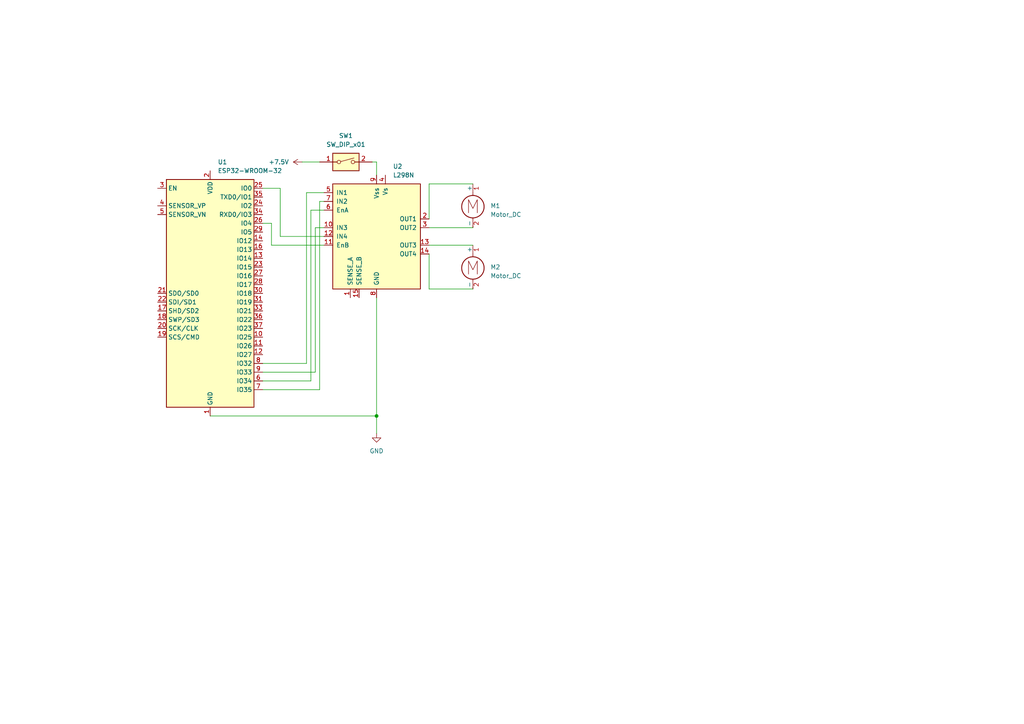
<source format=kicad_sch>
(kicad_sch (version 20230121) (generator eeschema)

  (uuid 3cda1bd3-113e-43c7-85ab-471fff9433ec)

  (paper "A4")

  (lib_symbols
    (symbol "Driver_Motor:L298N" (pin_names (offset 1.016)) (in_bom yes) (on_board yes)
      (property "Reference" "U" (at -10.16 16.51 0)
        (effects (font (size 1.27 1.27)) (justify right))
      )
      (property "Value" "L298N" (at 12.7 16.51 0)
        (effects (font (size 1.27 1.27)) (justify right))
      )
      (property "Footprint" "Package_TO_SOT_THT:TO-220-15_P2.54x2.54mm_StaggerOdd_Lead4.58mm_Vertical" (at 1.27 -16.51 0)
        (effects (font (size 1.27 1.27)) (justify left) hide)
      )
      (property "Datasheet" "http://www.st.com/st-web-ui/static/active/en/resource/technical/document/datasheet/CD00000240.pdf" (at 3.81 6.35 0)
        (effects (font (size 1.27 1.27)) hide)
      )
      (property "ki_keywords" "H-bridge motor driver" (at 0 0 0)
        (effects (font (size 1.27 1.27)) hide)
      )
      (property "ki_description" "Dual full bridge motor driver, up to 46V, 4A, Multiwatt15-V" (at 0 0 0)
        (effects (font (size 1.27 1.27)) hide)
      )
      (property "ki_fp_filters" "TO?220*StaggerOdd*Vertical*" (at 0 0 0)
        (effects (font (size 1.27 1.27)) hide)
      )
      (symbol "L298N_0_1"
        (rectangle (start -12.7 15.24) (end 12.7 -15.24)
          (stroke (width 0.254) (type default))
          (fill (type background))
        )
      )
      (symbol "L298N_1_1"
        (pin power_in line (at -7.62 -17.78 90) (length 2.54)
          (name "SENSE_A" (effects (font (size 1.27 1.27))))
          (number "1" (effects (font (size 1.27 1.27))))
        )
        (pin input line (at -15.24 2.54 0) (length 2.54)
          (name "IN3" (effects (font (size 1.27 1.27))))
          (number "10" (effects (font (size 1.27 1.27))))
        )
        (pin input line (at -15.24 -2.54 0) (length 2.54)
          (name "EnB" (effects (font (size 1.27 1.27))))
          (number "11" (effects (font (size 1.27 1.27))))
        )
        (pin input line (at -15.24 0 0) (length 2.54)
          (name "IN4" (effects (font (size 1.27 1.27))))
          (number "12" (effects (font (size 1.27 1.27))))
        )
        (pin output line (at 15.24 -2.54 180) (length 2.54)
          (name "OUT3" (effects (font (size 1.27 1.27))))
          (number "13" (effects (font (size 1.27 1.27))))
        )
        (pin output line (at 15.24 -5.08 180) (length 2.54)
          (name "OUT4" (effects (font (size 1.27 1.27))))
          (number "14" (effects (font (size 1.27 1.27))))
        )
        (pin power_in line (at -5.08 -17.78 90) (length 2.54)
          (name "SENSE_B" (effects (font (size 1.27 1.27))))
          (number "15" (effects (font (size 1.27 1.27))))
        )
        (pin output line (at 15.24 5.08 180) (length 2.54)
          (name "OUT1" (effects (font (size 1.27 1.27))))
          (number "2" (effects (font (size 1.27 1.27))))
        )
        (pin output line (at 15.24 2.54 180) (length 2.54)
          (name "OUT2" (effects (font (size 1.27 1.27))))
          (number "3" (effects (font (size 1.27 1.27))))
        )
        (pin power_in line (at 2.54 17.78 270) (length 2.54)
          (name "Vs" (effects (font (size 1.27 1.27))))
          (number "4" (effects (font (size 1.27 1.27))))
        )
        (pin input line (at -15.24 12.7 0) (length 2.54)
          (name "IN1" (effects (font (size 1.27 1.27))))
          (number "5" (effects (font (size 1.27 1.27))))
        )
        (pin input line (at -15.24 7.62 0) (length 2.54)
          (name "EnA" (effects (font (size 1.27 1.27))))
          (number "6" (effects (font (size 1.27 1.27))))
        )
        (pin input line (at -15.24 10.16 0) (length 2.54)
          (name "IN2" (effects (font (size 1.27 1.27))))
          (number "7" (effects (font (size 1.27 1.27))))
        )
        (pin power_in line (at 0 -17.78 90) (length 2.54)
          (name "GND" (effects (font (size 1.27 1.27))))
          (number "8" (effects (font (size 1.27 1.27))))
        )
        (pin power_in line (at 0 17.78 270) (length 2.54)
          (name "Vss" (effects (font (size 1.27 1.27))))
          (number "9" (effects (font (size 1.27 1.27))))
        )
      )
    )
    (symbol "Motor:Motor_DC" (pin_names (offset 0)) (in_bom yes) (on_board yes)
      (property "Reference" "M" (at 2.54 2.54 0)
        (effects (font (size 1.27 1.27)) (justify left))
      )
      (property "Value" "Motor_DC" (at 2.54 -5.08 0)
        (effects (font (size 1.27 1.27)) (justify left top))
      )
      (property "Footprint" "" (at 0 -2.286 0)
        (effects (font (size 1.27 1.27)) hide)
      )
      (property "Datasheet" "~" (at 0 -2.286 0)
        (effects (font (size 1.27 1.27)) hide)
      )
      (property "ki_keywords" "DC Motor" (at 0 0 0)
        (effects (font (size 1.27 1.27)) hide)
      )
      (property "ki_description" "DC Motor" (at 0 0 0)
        (effects (font (size 1.27 1.27)) hide)
      )
      (property "ki_fp_filters" "PinHeader*P2.54mm* TerminalBlock*" (at 0 0 0)
        (effects (font (size 1.27 1.27)) hide)
      )
      (symbol "Motor_DC_0_0"
        (polyline
          (pts
            (xy -1.27 -3.302)
            (xy -1.27 0.508)
            (xy 0 -2.032)
            (xy 1.27 0.508)
            (xy 1.27 -3.302)
          )
          (stroke (width 0) (type default))
          (fill (type none))
        )
      )
      (symbol "Motor_DC_0_1"
        (circle (center 0 -1.524) (radius 3.2512)
          (stroke (width 0.254) (type default))
          (fill (type none))
        )
        (polyline
          (pts
            (xy 0 -7.62)
            (xy 0 -7.112)
          )
          (stroke (width 0) (type default))
          (fill (type none))
        )
        (polyline
          (pts
            (xy 0 -4.7752)
            (xy 0 -5.1816)
          )
          (stroke (width 0) (type default))
          (fill (type none))
        )
        (polyline
          (pts
            (xy 0 1.7272)
            (xy 0 2.0828)
          )
          (stroke (width 0) (type default))
          (fill (type none))
        )
        (polyline
          (pts
            (xy 0 2.032)
            (xy 0 2.54)
          )
          (stroke (width 0) (type default))
          (fill (type none))
        )
      )
      (symbol "Motor_DC_1_1"
        (pin passive line (at 0 5.08 270) (length 2.54)
          (name "+" (effects (font (size 1.27 1.27))))
          (number "1" (effects (font (size 1.27 1.27))))
        )
        (pin passive line (at 0 -7.62 90) (length 2.54)
          (name "-" (effects (font (size 1.27 1.27))))
          (number "2" (effects (font (size 1.27 1.27))))
        )
      )
    )
    (symbol "RF_Module:ESP32-WROOM-32" (in_bom yes) (on_board yes)
      (property "Reference" "U" (at -12.7 34.29 0)
        (effects (font (size 1.27 1.27)) (justify left))
      )
      (property "Value" "ESP32-WROOM-32" (at 1.27 34.29 0)
        (effects (font (size 1.27 1.27)) (justify left))
      )
      (property "Footprint" "RF_Module:ESP32-WROOM-32" (at 0 -38.1 0)
        (effects (font (size 1.27 1.27)) hide)
      )
      (property "Datasheet" "https://www.espressif.com/sites/default/files/documentation/esp32-wroom-32_datasheet_en.pdf" (at -7.62 1.27 0)
        (effects (font (size 1.27 1.27)) hide)
      )
      (property "ki_keywords" "RF Radio BT ESP ESP32 Espressif onboard PCB antenna" (at 0 0 0)
        (effects (font (size 1.27 1.27)) hide)
      )
      (property "ki_description" "RF Module, ESP32-D0WDQ6 SoC, Wi-Fi 802.11b/g/n, Bluetooth, BLE, 32-bit, 2.7-3.6V, onboard antenna, SMD" (at 0 0 0)
        (effects (font (size 1.27 1.27)) hide)
      )
      (property "ki_fp_filters" "ESP32?WROOM?32*" (at 0 0 0)
        (effects (font (size 1.27 1.27)) hide)
      )
      (symbol "ESP32-WROOM-32_0_1"
        (rectangle (start -12.7 33.02) (end 12.7 -33.02)
          (stroke (width 0.254) (type default))
          (fill (type background))
        )
      )
      (symbol "ESP32-WROOM-32_1_1"
        (pin power_in line (at 0 -35.56 90) (length 2.54)
          (name "GND" (effects (font (size 1.27 1.27))))
          (number "1" (effects (font (size 1.27 1.27))))
        )
        (pin bidirectional line (at 15.24 -12.7 180) (length 2.54)
          (name "IO25" (effects (font (size 1.27 1.27))))
          (number "10" (effects (font (size 1.27 1.27))))
        )
        (pin bidirectional line (at 15.24 -15.24 180) (length 2.54)
          (name "IO26" (effects (font (size 1.27 1.27))))
          (number "11" (effects (font (size 1.27 1.27))))
        )
        (pin bidirectional line (at 15.24 -17.78 180) (length 2.54)
          (name "IO27" (effects (font (size 1.27 1.27))))
          (number "12" (effects (font (size 1.27 1.27))))
        )
        (pin bidirectional line (at 15.24 10.16 180) (length 2.54)
          (name "IO14" (effects (font (size 1.27 1.27))))
          (number "13" (effects (font (size 1.27 1.27))))
        )
        (pin bidirectional line (at 15.24 15.24 180) (length 2.54)
          (name "IO12" (effects (font (size 1.27 1.27))))
          (number "14" (effects (font (size 1.27 1.27))))
        )
        (pin passive line (at 0 -35.56 90) (length 2.54) hide
          (name "GND" (effects (font (size 1.27 1.27))))
          (number "15" (effects (font (size 1.27 1.27))))
        )
        (pin bidirectional line (at 15.24 12.7 180) (length 2.54)
          (name "IO13" (effects (font (size 1.27 1.27))))
          (number "16" (effects (font (size 1.27 1.27))))
        )
        (pin bidirectional line (at -15.24 -5.08 0) (length 2.54)
          (name "SHD/SD2" (effects (font (size 1.27 1.27))))
          (number "17" (effects (font (size 1.27 1.27))))
        )
        (pin bidirectional line (at -15.24 -7.62 0) (length 2.54)
          (name "SWP/SD3" (effects (font (size 1.27 1.27))))
          (number "18" (effects (font (size 1.27 1.27))))
        )
        (pin bidirectional line (at -15.24 -12.7 0) (length 2.54)
          (name "SCS/CMD" (effects (font (size 1.27 1.27))))
          (number "19" (effects (font (size 1.27 1.27))))
        )
        (pin power_in line (at 0 35.56 270) (length 2.54)
          (name "VDD" (effects (font (size 1.27 1.27))))
          (number "2" (effects (font (size 1.27 1.27))))
        )
        (pin bidirectional line (at -15.24 -10.16 0) (length 2.54)
          (name "SCK/CLK" (effects (font (size 1.27 1.27))))
          (number "20" (effects (font (size 1.27 1.27))))
        )
        (pin bidirectional line (at -15.24 0 0) (length 2.54)
          (name "SDO/SD0" (effects (font (size 1.27 1.27))))
          (number "21" (effects (font (size 1.27 1.27))))
        )
        (pin bidirectional line (at -15.24 -2.54 0) (length 2.54)
          (name "SDI/SD1" (effects (font (size 1.27 1.27))))
          (number "22" (effects (font (size 1.27 1.27))))
        )
        (pin bidirectional line (at 15.24 7.62 180) (length 2.54)
          (name "IO15" (effects (font (size 1.27 1.27))))
          (number "23" (effects (font (size 1.27 1.27))))
        )
        (pin bidirectional line (at 15.24 25.4 180) (length 2.54)
          (name "IO2" (effects (font (size 1.27 1.27))))
          (number "24" (effects (font (size 1.27 1.27))))
        )
        (pin bidirectional line (at 15.24 30.48 180) (length 2.54)
          (name "IO0" (effects (font (size 1.27 1.27))))
          (number "25" (effects (font (size 1.27 1.27))))
        )
        (pin bidirectional line (at 15.24 20.32 180) (length 2.54)
          (name "IO4" (effects (font (size 1.27 1.27))))
          (number "26" (effects (font (size 1.27 1.27))))
        )
        (pin bidirectional line (at 15.24 5.08 180) (length 2.54)
          (name "IO16" (effects (font (size 1.27 1.27))))
          (number "27" (effects (font (size 1.27 1.27))))
        )
        (pin bidirectional line (at 15.24 2.54 180) (length 2.54)
          (name "IO17" (effects (font (size 1.27 1.27))))
          (number "28" (effects (font (size 1.27 1.27))))
        )
        (pin bidirectional line (at 15.24 17.78 180) (length 2.54)
          (name "IO5" (effects (font (size 1.27 1.27))))
          (number "29" (effects (font (size 1.27 1.27))))
        )
        (pin input line (at -15.24 30.48 0) (length 2.54)
          (name "EN" (effects (font (size 1.27 1.27))))
          (number "3" (effects (font (size 1.27 1.27))))
        )
        (pin bidirectional line (at 15.24 0 180) (length 2.54)
          (name "IO18" (effects (font (size 1.27 1.27))))
          (number "30" (effects (font (size 1.27 1.27))))
        )
        (pin bidirectional line (at 15.24 -2.54 180) (length 2.54)
          (name "IO19" (effects (font (size 1.27 1.27))))
          (number "31" (effects (font (size 1.27 1.27))))
        )
        (pin no_connect line (at -12.7 -27.94 0) (length 2.54) hide
          (name "NC" (effects (font (size 1.27 1.27))))
          (number "32" (effects (font (size 1.27 1.27))))
        )
        (pin bidirectional line (at 15.24 -5.08 180) (length 2.54)
          (name "IO21" (effects (font (size 1.27 1.27))))
          (number "33" (effects (font (size 1.27 1.27))))
        )
        (pin bidirectional line (at 15.24 22.86 180) (length 2.54)
          (name "RXD0/IO3" (effects (font (size 1.27 1.27))))
          (number "34" (effects (font (size 1.27 1.27))))
        )
        (pin bidirectional line (at 15.24 27.94 180) (length 2.54)
          (name "TXD0/IO1" (effects (font (size 1.27 1.27))))
          (number "35" (effects (font (size 1.27 1.27))))
        )
        (pin bidirectional line (at 15.24 -7.62 180) (length 2.54)
          (name "IO22" (effects (font (size 1.27 1.27))))
          (number "36" (effects (font (size 1.27 1.27))))
        )
        (pin bidirectional line (at 15.24 -10.16 180) (length 2.54)
          (name "IO23" (effects (font (size 1.27 1.27))))
          (number "37" (effects (font (size 1.27 1.27))))
        )
        (pin passive line (at 0 -35.56 90) (length 2.54) hide
          (name "GND" (effects (font (size 1.27 1.27))))
          (number "38" (effects (font (size 1.27 1.27))))
        )
        (pin passive line (at 0 -35.56 90) (length 2.54) hide
          (name "GND" (effects (font (size 1.27 1.27))))
          (number "39" (effects (font (size 1.27 1.27))))
        )
        (pin input line (at -15.24 25.4 0) (length 2.54)
          (name "SENSOR_VP" (effects (font (size 1.27 1.27))))
          (number "4" (effects (font (size 1.27 1.27))))
        )
        (pin input line (at -15.24 22.86 0) (length 2.54)
          (name "SENSOR_VN" (effects (font (size 1.27 1.27))))
          (number "5" (effects (font (size 1.27 1.27))))
        )
        (pin input line (at 15.24 -25.4 180) (length 2.54)
          (name "IO34" (effects (font (size 1.27 1.27))))
          (number "6" (effects (font (size 1.27 1.27))))
        )
        (pin input line (at 15.24 -27.94 180) (length 2.54)
          (name "IO35" (effects (font (size 1.27 1.27))))
          (number "7" (effects (font (size 1.27 1.27))))
        )
        (pin bidirectional line (at 15.24 -20.32 180) (length 2.54)
          (name "IO32" (effects (font (size 1.27 1.27))))
          (number "8" (effects (font (size 1.27 1.27))))
        )
        (pin bidirectional line (at 15.24 -22.86 180) (length 2.54)
          (name "IO33" (effects (font (size 1.27 1.27))))
          (number "9" (effects (font (size 1.27 1.27))))
        )
      )
    )
    (symbol "Switch:SW_DIP_x01" (pin_names (offset 0) hide) (in_bom yes) (on_board yes)
      (property "Reference" "SW" (at 0 3.81 0)
        (effects (font (size 1.27 1.27)))
      )
      (property "Value" "SW_DIP_x01" (at 0 -3.81 0)
        (effects (font (size 1.27 1.27)))
      )
      (property "Footprint" "" (at 0 0 0)
        (effects (font (size 1.27 1.27)) hide)
      )
      (property "Datasheet" "~" (at 0 0 0)
        (effects (font (size 1.27 1.27)) hide)
      )
      (property "ki_keywords" "dip switch" (at 0 0 0)
        (effects (font (size 1.27 1.27)) hide)
      )
      (property "ki_description" "1x DIP Switch, Single Pole Single Throw (SPST) switch, small symbol" (at 0 0 0)
        (effects (font (size 1.27 1.27)) hide)
      )
      (property "ki_fp_filters" "SW?DIP?x1*" (at 0 0 0)
        (effects (font (size 1.27 1.27)) hide)
      )
      (symbol "SW_DIP_x01_0_0"
        (circle (center -2.032 0) (radius 0.508)
          (stroke (width 0) (type default))
          (fill (type none))
        )
        (polyline
          (pts
            (xy -1.524 0.127)
            (xy 2.3622 1.1684)
          )
          (stroke (width 0) (type default))
          (fill (type none))
        )
        (circle (center 2.032 0) (radius 0.508)
          (stroke (width 0) (type default))
          (fill (type none))
        )
      )
      (symbol "SW_DIP_x01_0_1"
        (rectangle (start -3.81 2.54) (end 3.81 -2.54)
          (stroke (width 0.254) (type default))
          (fill (type background))
        )
      )
      (symbol "SW_DIP_x01_1_1"
        (pin passive line (at -7.62 0 0) (length 5.08)
          (name "~" (effects (font (size 1.27 1.27))))
          (number "1" (effects (font (size 1.27 1.27))))
        )
        (pin passive line (at 7.62 0 180) (length 5.08)
          (name "~" (effects (font (size 1.27 1.27))))
          (number "2" (effects (font (size 1.27 1.27))))
        )
      )
    )
    (symbol "power:+7.5V" (power) (pin_names (offset 0)) (in_bom yes) (on_board yes)
      (property "Reference" "#PWR" (at 0 -3.81 0)
        (effects (font (size 1.27 1.27)) hide)
      )
      (property "Value" "+7.5V" (at 0 3.556 0)
        (effects (font (size 1.27 1.27)))
      )
      (property "Footprint" "" (at 0 0 0)
        (effects (font (size 1.27 1.27)) hide)
      )
      (property "Datasheet" "" (at 0 0 0)
        (effects (font (size 1.27 1.27)) hide)
      )
      (property "ki_keywords" "global power" (at 0 0 0)
        (effects (font (size 1.27 1.27)) hide)
      )
      (property "ki_description" "Power symbol creates a global label with name \"+7.5V\"" (at 0 0 0)
        (effects (font (size 1.27 1.27)) hide)
      )
      (symbol "+7.5V_0_1"
        (polyline
          (pts
            (xy -0.762 1.27)
            (xy 0 2.54)
          )
          (stroke (width 0) (type default))
          (fill (type none))
        )
        (polyline
          (pts
            (xy 0 0)
            (xy 0 2.54)
          )
          (stroke (width 0) (type default))
          (fill (type none))
        )
        (polyline
          (pts
            (xy 0 2.54)
            (xy 0.762 1.27)
          )
          (stroke (width 0) (type default))
          (fill (type none))
        )
      )
      (symbol "+7.5V_1_1"
        (pin power_in line (at 0 0 90) (length 0) hide
          (name "+7.5V" (effects (font (size 1.27 1.27))))
          (number "1" (effects (font (size 1.27 1.27))))
        )
      )
    )
    (symbol "power:GND" (power) (pin_names (offset 0)) (in_bom yes) (on_board yes)
      (property "Reference" "#PWR" (at 0 -6.35 0)
        (effects (font (size 1.27 1.27)) hide)
      )
      (property "Value" "GND" (at 0 -3.81 0)
        (effects (font (size 1.27 1.27)))
      )
      (property "Footprint" "" (at 0 0 0)
        (effects (font (size 1.27 1.27)) hide)
      )
      (property "Datasheet" "" (at 0 0 0)
        (effects (font (size 1.27 1.27)) hide)
      )
      (property "ki_keywords" "global power" (at 0 0 0)
        (effects (font (size 1.27 1.27)) hide)
      )
      (property "ki_description" "Power symbol creates a global label with name \"GND\" , ground" (at 0 0 0)
        (effects (font (size 1.27 1.27)) hide)
      )
      (symbol "GND_0_1"
        (polyline
          (pts
            (xy 0 0)
            (xy 0 -1.27)
            (xy 1.27 -1.27)
            (xy 0 -2.54)
            (xy -1.27 -1.27)
            (xy 0 -1.27)
          )
          (stroke (width 0) (type default))
          (fill (type none))
        )
      )
      (symbol "GND_1_1"
        (pin power_in line (at 0 0 270) (length 0) hide
          (name "GND" (effects (font (size 1.27 1.27))))
          (number "1" (effects (font (size 1.27 1.27))))
        )
      )
    )
  )

  (junction (at 109.22 120.65) (diameter 0) (color 0 0 0 0)
    (uuid 5174acf5-cf57-4604-8e2c-b1109c721c47)
  )

  (wire (pts (xy 88.9 105.41) (xy 88.9 55.88))
    (stroke (width 0) (type default))
    (uuid 18b9637e-7dcd-43e0-8c67-f501d946575c)
  )
  (wire (pts (xy 76.2 107.95) (xy 91.44 107.95))
    (stroke (width 0) (type default))
    (uuid 1f690bcd-5aa2-4e6c-8857-6f5789e33441)
  )
  (wire (pts (xy 91.44 66.04) (xy 93.98 66.04))
    (stroke (width 0) (type default))
    (uuid 30c35225-5c90-4d9f-a24e-6b3183465ad5)
  )
  (wire (pts (xy 90.17 60.96) (xy 93.98 60.96))
    (stroke (width 0) (type default))
    (uuid 33f890df-51c0-4aee-98c3-405896b85882)
  )
  (wire (pts (xy 109.22 46.99) (xy 107.95 46.99))
    (stroke (width 0) (type default))
    (uuid 34f50c1a-0a93-418a-a701-667b33df27d4)
  )
  (wire (pts (xy 78.74 64.77) (xy 78.74 71.12))
    (stroke (width 0) (type default))
    (uuid 506ff804-0dd7-488c-8ff8-792173ef400a)
  )
  (wire (pts (xy 124.46 66.04) (xy 137.16 66.04))
    (stroke (width 0) (type default))
    (uuid 52bc87f4-8f94-4f85-880a-9286cc3b881c)
  )
  (wire (pts (xy 87.63 46.99) (xy 92.71 46.99))
    (stroke (width 0) (type default))
    (uuid 599f27b2-d662-42d3-8fb9-f09c8ded88fd)
  )
  (wire (pts (xy 90.17 110.49) (xy 90.17 60.96))
    (stroke (width 0) (type default))
    (uuid 5bcb14f1-04da-453a-a4c8-913ccb291e5c)
  )
  (wire (pts (xy 76.2 105.41) (xy 88.9 105.41))
    (stroke (width 0) (type default))
    (uuid 6a29bc75-8248-4922-9851-8075fb89c3b7)
  )
  (wire (pts (xy 124.46 53.34) (xy 124.46 63.5))
    (stroke (width 0) (type default))
    (uuid 6fb133d0-b2ee-43c7-aa84-31b16d49e7b9)
  )
  (wire (pts (xy 76.2 64.77) (xy 78.74 64.77))
    (stroke (width 0) (type default))
    (uuid 76e17088-aa1e-4210-a839-b4769afa114e)
  )
  (wire (pts (xy 78.74 71.12) (xy 93.98 71.12))
    (stroke (width 0) (type default))
    (uuid 7e9a899b-bacd-4df2-934d-c3b392fe3ab3)
  )
  (wire (pts (xy 76.2 54.61) (xy 81.28 54.61))
    (stroke (width 0) (type default))
    (uuid 8097637f-3ada-4581-90c5-02b0a78fbde9)
  )
  (wire (pts (xy 88.9 55.88) (xy 93.98 55.88))
    (stroke (width 0) (type default))
    (uuid 86aec4d0-6ef1-443b-874c-c66c7009395e)
  )
  (wire (pts (xy 109.22 86.36) (xy 109.22 120.65))
    (stroke (width 0) (type default))
    (uuid 90e4462c-f7d3-4c9a-8f03-f5da761ec954)
  )
  (wire (pts (xy 109.22 120.65) (xy 109.22 125.73))
    (stroke (width 0) (type default))
    (uuid 9c6c9495-c5b6-4516-b605-ac9e42c8a3a2)
  )
  (wire (pts (xy 60.96 120.65) (xy 109.22 120.65))
    (stroke (width 0) (type default))
    (uuid a0af4a73-ba9a-4f64-adbd-d70d65e5d75d)
  )
  (wire (pts (xy 137.16 71.12) (xy 124.46 71.12))
    (stroke (width 0) (type default))
    (uuid a4d052a8-9b47-4775-ae12-5a2a8bf99537)
  )
  (wire (pts (xy 76.2 113.03) (xy 92.71 113.03))
    (stroke (width 0) (type default))
    (uuid b08260fc-3840-4ba1-bba9-29f1c8372909)
  )
  (wire (pts (xy 92.71 58.42) (xy 93.98 58.42))
    (stroke (width 0) (type default))
    (uuid c1279895-b098-43ea-9930-9406d3a36775)
  )
  (wire (pts (xy 92.71 113.03) (xy 92.71 58.42))
    (stroke (width 0) (type default))
    (uuid c18bffb2-2a39-492b-8d1a-ee28b4ccea13)
  )
  (wire (pts (xy 81.28 68.58) (xy 81.28 54.61))
    (stroke (width 0) (type default))
    (uuid c32f4e9d-84bb-4fd6-980d-925faa15d327)
  )
  (wire (pts (xy 93.98 68.58) (xy 81.28 68.58))
    (stroke (width 0) (type default))
    (uuid cb47e666-38db-48f3-87f7-927ba065f4f1)
  )
  (wire (pts (xy 124.46 83.82) (xy 137.16 83.82))
    (stroke (width 0) (type default))
    (uuid d072fa68-9f8f-4489-9dc2-9f8e3e95ef7c)
  )
  (wire (pts (xy 137.16 53.34) (xy 124.46 53.34))
    (stroke (width 0) (type default))
    (uuid d0cd109f-b937-44bc-a1a0-a1f52de46e96)
  )
  (wire (pts (xy 76.2 110.49) (xy 90.17 110.49))
    (stroke (width 0) (type default))
    (uuid d1fbb576-e192-4c06-a477-ce4945d45b7d)
  )
  (wire (pts (xy 109.22 50.8) (xy 109.22 46.99))
    (stroke (width 0) (type default))
    (uuid f182c53b-e98d-4a70-bc3c-b5593cadd212)
  )
  (wire (pts (xy 124.46 73.66) (xy 124.46 83.82))
    (stroke (width 0) (type default))
    (uuid f43d9ad9-0e05-4a21-8f02-deb2fe28350b)
  )
  (wire (pts (xy 91.44 107.95) (xy 91.44 66.04))
    (stroke (width 0) (type default))
    (uuid fe4b52e5-3d7f-4541-abe0-b86675ff3369)
  )

  (symbol (lib_id "Switch:SW_DIP_x01") (at 100.33 46.99 0) (unit 1)
    (in_bom yes) (on_board yes) (dnp no) (fields_autoplaced)
    (uuid 3bdb731d-ac82-4aa0-a03b-55a3f2ab730d)
    (property "Reference" "SW1" (at 100.33 39.37 0)
      (effects (font (size 1.27 1.27)))
    )
    (property "Value" "SW_DIP_x01" (at 100.33 41.91 0)
      (effects (font (size 1.27 1.27)))
    )
    (property "Footprint" "" (at 100.33 46.99 0)
      (effects (font (size 1.27 1.27)) hide)
    )
    (property "Datasheet" "~" (at 100.33 46.99 0)
      (effects (font (size 1.27 1.27)) hide)
    )
    (pin "2" (uuid cbfcb3ba-6bdc-408d-9dbd-6a128a6e2b11))
    (pin "1" (uuid 131eff52-7d82-44a9-a6a4-9bd34da131d6))
    (instances
      (project "test"
        (path "/3cda1bd3-113e-43c7-85ab-471fff9433ec"
          (reference "SW1") (unit 1)
        )
      )
    )
  )

  (symbol (lib_id "power:+7.5V") (at 87.63 46.99 90) (unit 1)
    (in_bom yes) (on_board yes) (dnp no) (fields_autoplaced)
    (uuid 50dc69f9-2711-427b-bd5f-53d1cf89b167)
    (property "Reference" "#PWR02" (at 91.44 46.99 0)
      (effects (font (size 1.27 1.27)) hide)
    )
    (property "Value" "+7.5V" (at 83.82 46.99 90)
      (effects (font (size 1.27 1.27)) (justify left))
    )
    (property "Footprint" "" (at 87.63 46.99 0)
      (effects (font (size 1.27 1.27)) hide)
    )
    (property "Datasheet" "" (at 87.63 46.99 0)
      (effects (font (size 1.27 1.27)) hide)
    )
    (pin "1" (uuid 7c2bce35-2c37-42a8-88e0-3dab18824c5f))
    (instances
      (project "test"
        (path "/3cda1bd3-113e-43c7-85ab-471fff9433ec"
          (reference "#PWR02") (unit 1)
        )
      )
    )
  )

  (symbol (lib_id "power:GND") (at 109.22 125.73 0) (unit 1)
    (in_bom yes) (on_board yes) (dnp no) (fields_autoplaced)
    (uuid 54e6658d-936a-45a4-bd56-decf237c5742)
    (property "Reference" "#PWR01" (at 109.22 132.08 0)
      (effects (font (size 1.27 1.27)) hide)
    )
    (property "Value" "GND" (at 109.22 130.81 0)
      (effects (font (size 1.27 1.27)))
    )
    (property "Footprint" "" (at 109.22 125.73 0)
      (effects (font (size 1.27 1.27)) hide)
    )
    (property "Datasheet" "" (at 109.22 125.73 0)
      (effects (font (size 1.27 1.27)) hide)
    )
    (pin "1" (uuid e4d43e79-8651-44a6-a67f-6315ef072e7f))
    (instances
      (project "test"
        (path "/3cda1bd3-113e-43c7-85ab-471fff9433ec"
          (reference "#PWR01") (unit 1)
        )
      )
    )
  )

  (symbol (lib_id "Driver_Motor:L298N") (at 109.22 68.58 0) (unit 1)
    (in_bom yes) (on_board yes) (dnp no) (fields_autoplaced)
    (uuid 598ff4b0-b417-4a9c-99ac-063bb142933b)
    (property "Reference" "U2" (at 113.9541 48.26 0)
      (effects (font (size 1.27 1.27)) (justify left))
    )
    (property "Value" "L298N" (at 113.9541 50.8 0)
      (effects (font (size 1.27 1.27)) (justify left))
    )
    (property "Footprint" "Package_TO_SOT_THT:TO-220-15_P2.54x2.54mm_StaggerOdd_Lead4.58mm_Vertical" (at 110.49 85.09 0)
      (effects (font (size 1.27 1.27)) (justify left) hide)
    )
    (property "Datasheet" "http://www.st.com/st-web-ui/static/active/en/resource/technical/document/datasheet/CD00000240.pdf" (at 113.03 62.23 0)
      (effects (font (size 1.27 1.27)) hide)
    )
    (pin "11" (uuid d8ba920a-7990-42a6-bb82-2f9dc9d4c19f))
    (pin "5" (uuid e1d9b0bb-80fb-4ec3-8456-caa6d842a75d))
    (pin "6" (uuid bf5c90f9-e077-4b80-87a0-d8036743b0e2))
    (pin "9" (uuid 3d1fd01b-4f01-4485-b4ec-2c46f800a8c4))
    (pin "7" (uuid 2b5926cf-05b6-4117-9f6f-b60f0a8b9da9))
    (pin "10" (uuid f61154b8-71a2-43e5-aca5-f5234240cf02))
    (pin "13" (uuid fbc60749-31e6-41c4-92aa-ef0dfd603a8a))
    (pin "3" (uuid fb3c78ec-c825-4991-8af3-37481c861bb5))
    (pin "14" (uuid 80874533-78e5-4b4f-b089-e387cdc5491c))
    (pin "15" (uuid ba7a6df6-bfd6-4576-97e8-30f047dcfe74))
    (pin "8" (uuid e0639fe5-0726-438a-b251-7b7ba72b00c4))
    (pin "1" (uuid fbd75c7e-0e54-4601-8b53-ab863eda3eff))
    (pin "12" (uuid 53123f32-3f40-4dcb-aa37-36d96ba1c342))
    (pin "4" (uuid ab1992d6-7ead-4f15-9a3e-31f935f7b5a7))
    (pin "2" (uuid f6638196-ea91-4475-a654-e03cdb36736a))
    (instances
      (project "test"
        (path "/3cda1bd3-113e-43c7-85ab-471fff9433ec"
          (reference "U2") (unit 1)
        )
      )
    )
  )

  (symbol (lib_id "RF_Module:ESP32-WROOM-32") (at 60.96 85.09 0) (unit 1)
    (in_bom yes) (on_board yes) (dnp no) (fields_autoplaced)
    (uuid 5de06de0-7fa6-4bcc-affb-cf6811606e85)
    (property "Reference" "U1" (at 63.1541 46.99 0)
      (effects (font (size 1.27 1.27)) (justify left))
    )
    (property "Value" "ESP32-WROOM-32" (at 63.1541 49.53 0)
      (effects (font (size 1.27 1.27)) (justify left))
    )
    (property "Footprint" "RF_Module:ESP32-WROOM-32" (at 60.96 123.19 0)
      (effects (font (size 1.27 1.27)) hide)
    )
    (property "Datasheet" "https://www.espressif.com/sites/default/files/documentation/esp32-wroom-32_datasheet_en.pdf" (at 53.34 83.82 0)
      (effects (font (size 1.27 1.27)) hide)
    )
    (pin "12" (uuid a5d1d090-6c27-45aa-b760-c813d3799e69))
    (pin "13" (uuid 82b20f01-89b8-4c11-a361-b7127483627b))
    (pin "1" (uuid 59562d98-0469-4f38-96e6-dfc267e093c9))
    (pin "19" (uuid f35e8c7a-a7c6-4e4f-a50d-71fc890926e8))
    (pin "20" (uuid 2864ff05-1a66-4209-9a47-9649c41016c4))
    (pin "26" (uuid c8f9385b-bd59-4d90-993d-5a45fef165c1))
    (pin "27" (uuid c3b1577f-1184-437f-bb0e-cefc8cf43c24))
    (pin "29" (uuid f2a8b836-6c61-480c-9653-b589401e8f69))
    (pin "32" (uuid 0c822208-02f1-4564-9bf1-2eacb158ae9d))
    (pin "34" (uuid 7ce7917a-e19a-465f-a9cc-0abe83bedf55))
    (pin "16" (uuid 0dc4b1ae-187d-48e8-8213-a0395b23b634))
    (pin "18" (uuid 95e89578-b8ef-4eb0-a230-2c150428c75a))
    (pin "23" (uuid 878a7c69-7c1e-44e4-ab25-057a7406b60e))
    (pin "24" (uuid 9cc99cdb-6ed7-4d6d-a180-9c228f691c5b))
    (pin "37" (uuid 567ab4e0-0172-43de-89cc-1b351d79d7df))
    (pin "38" (uuid c270ddd0-6764-4a21-9a48-d9d09eaad1fe))
    (pin "39" (uuid 20d079e7-7b1c-44f8-9587-491e5d5f09aa))
    (pin "5" (uuid a20caeda-2e94-4307-8221-ab610ca5f96a))
    (pin "15" (uuid 667a3337-340b-47a4-b210-ee3f0251483e))
    (pin "17" (uuid 049547f4-3328-4933-8572-ee0cad86ca5b))
    (pin "22" (uuid 88eb41ff-db24-4868-b4b5-5ef71beca4ba))
    (pin "25" (uuid 01a4ff33-5295-4ad5-bc41-67a3b8ba6fc4))
    (pin "28" (uuid 242c8375-6e93-481f-aafb-fca982ac4d26))
    (pin "31" (uuid 341101ec-c7da-49e3-be17-cb84ae08703e))
    (pin "7" (uuid 0ad9343e-8147-4cc8-8828-2d0c8c672725))
    (pin "36" (uuid 12f683a9-c2e3-40e9-932b-1888b53174d5))
    (pin "30" (uuid 0395ecd3-8215-4077-909d-a9ca4d86eaa6))
    (pin "14" (uuid a9777fc4-f428-408b-9c90-acd4c8c73644))
    (pin "3" (uuid e87936d3-ed13-4f4c-9683-fc0bf828e09b))
    (pin "4" (uuid e783a5be-d816-4263-b0a9-b4efe132db33))
    (pin "2" (uuid bd849f7b-e0bb-45ca-9797-c6ddce5f873a))
    (pin "6" (uuid 10e7507d-1d10-4aaf-b94e-a15104614f64))
    (pin "33" (uuid 6ba10c7f-b71c-4e6d-ac6a-89526e6ebc54))
    (pin "21" (uuid d6368bcd-891a-47c5-9a7f-8ca69e675303))
    (pin "35" (uuid ac97dbac-b15f-42b1-9ad9-3517dccfef66))
    (pin "11" (uuid 5622b551-854e-4bb0-a28f-1cf5d82f4828))
    (pin "10" (uuid 3813922e-8160-4bf5-a949-9dd52aa1573a))
    (pin "8" (uuid ac281562-de9b-48eb-be75-38bd866eaa94))
    (pin "9" (uuid 7e41a2fb-7c6b-457e-8db1-f7a9164936a0))
    (instances
      (project "test"
        (path "/3cda1bd3-113e-43c7-85ab-471fff9433ec"
          (reference "U1") (unit 1)
        )
      )
    )
  )

  (symbol (lib_id "Motor:Motor_DC") (at 137.16 76.2 0) (unit 1)
    (in_bom yes) (on_board yes) (dnp no) (fields_autoplaced)
    (uuid 6938fe9a-21dc-4873-b3d0-d1050554df7a)
    (property "Reference" "M2" (at 142.24 77.47 0)
      (effects (font (size 1.27 1.27)) (justify left))
    )
    (property "Value" "Motor_DC" (at 142.24 80.01 0)
      (effects (font (size 1.27 1.27)) (justify left))
    )
    (property "Footprint" "" (at 137.16 78.486 0)
      (effects (font (size 1.27 1.27)) hide)
    )
    (property "Datasheet" "~" (at 137.16 78.486 0)
      (effects (font (size 1.27 1.27)) hide)
    )
    (pin "1" (uuid c1fec874-9175-4afc-9379-494184228735))
    (pin "2" (uuid e7364381-2cb3-4046-95d4-abf841fbd10a))
    (instances
      (project "test"
        (path "/3cda1bd3-113e-43c7-85ab-471fff9433ec"
          (reference "M2") (unit 1)
        )
      )
    )
  )

  (symbol (lib_id "Motor:Motor_DC") (at 137.16 58.42 0) (unit 1)
    (in_bom yes) (on_board yes) (dnp no) (fields_autoplaced)
    (uuid d8ffaed3-1ccd-491f-8220-ad1aabf47b83)
    (property "Reference" "M1" (at 142.24 59.69 0)
      (effects (font (size 1.27 1.27)) (justify left))
    )
    (property "Value" "Motor_DC" (at 142.24 62.23 0)
      (effects (font (size 1.27 1.27)) (justify left))
    )
    (property "Footprint" "" (at 137.16 60.706 0)
      (effects (font (size 1.27 1.27)) hide)
    )
    (property "Datasheet" "~" (at 137.16 60.706 0)
      (effects (font (size 1.27 1.27)) hide)
    )
    (pin "2" (uuid 99cb8828-cd9e-4342-8aa1-e0b72d57f4a6))
    (pin "1" (uuid 56d1b1cb-c98f-4fcb-98cf-be39d1c79d58))
    (instances
      (project "test"
        (path "/3cda1bd3-113e-43c7-85ab-471fff9433ec"
          (reference "M1") (unit 1)
        )
      )
    )
  )

  (sheet_instances
    (path "/" (page "1"))
  )
)

</source>
